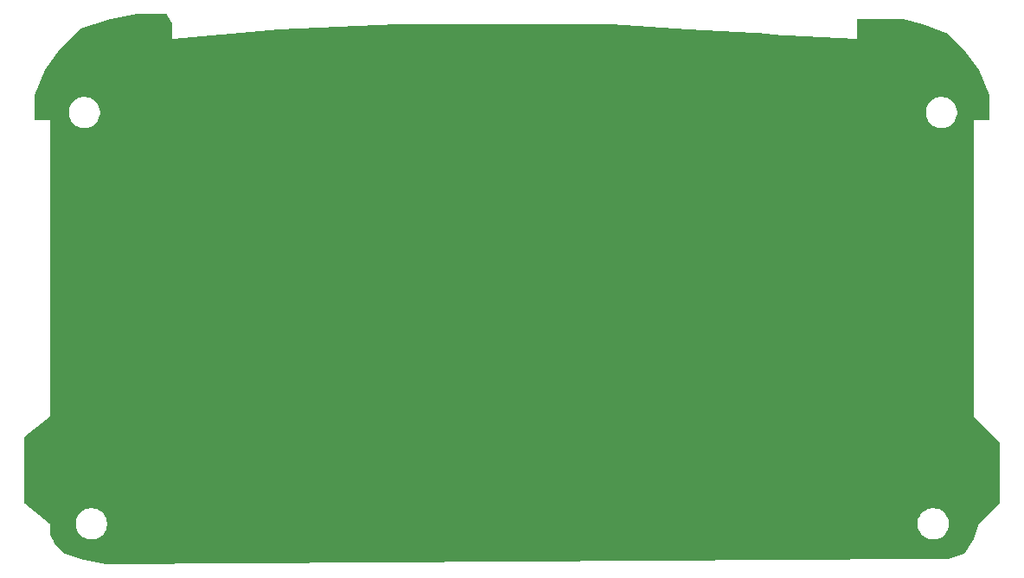
<source format=gbl>
%TF.GenerationSoftware,KiCad,Pcbnew,9.0.6*%
%TF.CreationDate,2025-12-09T13:48:27+01:00*%
%TF.ProjectId,back,6261636b-2e6b-4696-9361-645f70636258,rev?*%
%TF.SameCoordinates,Original*%
%TF.FileFunction,Copper,L4,Bot*%
%TF.FilePolarity,Positive*%
%FSLAX46Y46*%
G04 Gerber Fmt 4.6, Leading zero omitted, Abs format (unit mm)*
G04 Created by KiCad (PCBNEW 9.0.6) date 2025-12-09 13:48:27*
%MOMM*%
%LPD*%
G01*
G04 APERTURE LIST*
G04 APERTURE END LIST*
%TA.AperFunction,NonConductor*%
G36*
X177874643Y-53045185D02*
G01*
X177918513Y-53094046D01*
X178361409Y-53979838D01*
X178374500Y-54035292D01*
X178374500Y-55490829D01*
X178373613Y-55491903D01*
X178374500Y-55501215D01*
X178374500Y-55510829D01*
X178375615Y-55512931D01*
X178378289Y-55515140D01*
X178386996Y-55523058D01*
X178389438Y-55525500D01*
X178389441Y-55525500D01*
X178391640Y-55526411D01*
X178391901Y-55526386D01*
X178391903Y-55526387D01*
X178395348Y-55526058D01*
X178407105Y-55525500D01*
X178420148Y-55525500D01*
X178431883Y-55522579D01*
X188898600Y-54525748D01*
X188904916Y-54525309D01*
X200397859Y-54025617D01*
X200403245Y-54025500D01*
X208889438Y-54025500D01*
X214889438Y-54025500D01*
X221395027Y-54025500D01*
X221403275Y-54025775D01*
X228881001Y-54524289D01*
X228887826Y-54524744D01*
X228887868Y-54524792D01*
X228898459Y-54525453D01*
X228898515Y-54525456D01*
X228908842Y-54526146D01*
X228908842Y-54526145D01*
X228932853Y-54527748D01*
X228933584Y-54527648D01*
X236887922Y-55024794D01*
X236887959Y-55024836D01*
X236898566Y-55025459D01*
X236908951Y-55026109D01*
X236908951Y-55026108D01*
X236933094Y-55027620D01*
X236933745Y-55027529D01*
X245386567Y-55524753D01*
X245388824Y-55524886D01*
X245389438Y-55525500D01*
X245399254Y-55525500D01*
X245409046Y-55526076D01*
X245409046Y-55526075D01*
X245409153Y-55526082D01*
X245410556Y-55525500D01*
X245410562Y-55525500D01*
X245414935Y-55521125D01*
X245420220Y-55516143D01*
X245424836Y-55512041D01*
X245424836Y-55512036D01*
X245425500Y-55510668D01*
X245425500Y-55504389D01*
X245425714Y-55497107D01*
X245426909Y-55476786D01*
X245425500Y-55468415D01*
X245425500Y-53649500D01*
X245445185Y-53582461D01*
X245497989Y-53536706D01*
X245549500Y-53525500D01*
X249881595Y-53525500D01*
X249911669Y-53529202D01*
X251883975Y-54022278D01*
X251899941Y-54027441D01*
X254362037Y-55012279D01*
X254403666Y-55039729D01*
X255874454Y-56510517D01*
X255885973Y-56523798D01*
X257367736Y-58499482D01*
X257383667Y-58527830D01*
X258365631Y-60982738D01*
X258374500Y-61028790D01*
X258374500Y-63350500D01*
X258354815Y-63417539D01*
X258302011Y-63463294D01*
X258250500Y-63474500D01*
X256889437Y-63474500D01*
X256874500Y-63489437D01*
X256874500Y-92510563D01*
X259338181Y-94974244D01*
X259371666Y-95035567D01*
X259374500Y-95061925D01*
X259374500Y-100938074D01*
X259354815Y-101005113D01*
X259338181Y-101025755D01*
X257399116Y-102964819D01*
X257384890Y-102979044D01*
X257379149Y-102981916D01*
X257377714Y-102986221D01*
X257374500Y-102989435D01*
X257370845Y-102998258D01*
X257368137Y-103014951D01*
X256882139Y-104472942D01*
X256867676Y-104502513D01*
X255907234Y-105943175D01*
X255853669Y-105988036D01*
X255843272Y-105992029D01*
X254414952Y-106468137D01*
X254375740Y-106474500D01*
X251410468Y-106474500D01*
X251410401Y-106474434D01*
X251399907Y-106474500D01*
X251366346Y-106474500D01*
X251365259Y-106474717D01*
X171915112Y-106974404D01*
X171890014Y-106971998D01*
X169414128Y-106476820D01*
X169399234Y-106472865D01*
X167941543Y-105986968D01*
X167893074Y-105957012D01*
X166935185Y-104999122D01*
X166911957Y-104966895D01*
X166691260Y-104525500D01*
X166664981Y-104472942D01*
X166635378Y-104413736D01*
X166635377Y-104413734D01*
X166609640Y-104362260D01*
X166557119Y-104257218D01*
X166438591Y-104020163D01*
X166425500Y-103964709D01*
X166425500Y-103008944D01*
X166426510Y-103007682D01*
X166425500Y-102998592D01*
X166425500Y-102989438D01*
X166425500Y-102989088D01*
X166424178Y-102986686D01*
X166422391Y-102985257D01*
X166412172Y-102976110D01*
X166408692Y-102972630D01*
X166404953Y-102970281D01*
X166402402Y-102967397D01*
X166393465Y-102962116D01*
X166290746Y-102879941D01*
X168974500Y-102879941D01*
X168974500Y-103120058D01*
X169012063Y-103357222D01*
X169086265Y-103585593D01*
X169195276Y-103799536D01*
X169336414Y-103993796D01*
X169506204Y-104163586D01*
X169700464Y-104304724D01*
X169801543Y-104356226D01*
X169914406Y-104413734D01*
X169914408Y-104413734D01*
X169914411Y-104413736D01*
X170142778Y-104487937D01*
X170379941Y-104525500D01*
X170379942Y-104525500D01*
X170620058Y-104525500D01*
X170620059Y-104525500D01*
X170857222Y-104487937D01*
X171085589Y-104413736D01*
X171299536Y-104304724D01*
X171493796Y-104163586D01*
X171663586Y-103993796D01*
X171804724Y-103799536D01*
X171913736Y-103585589D01*
X171987937Y-103357222D01*
X172025500Y-103120059D01*
X172025500Y-102879941D01*
X251374500Y-102879941D01*
X251374500Y-103120058D01*
X251412063Y-103357222D01*
X251486265Y-103585593D01*
X251595276Y-103799536D01*
X251736414Y-103993796D01*
X251906204Y-104163586D01*
X252100464Y-104304724D01*
X252201543Y-104356226D01*
X252314406Y-104413734D01*
X252314408Y-104413734D01*
X252314411Y-104413736D01*
X252542778Y-104487937D01*
X252779941Y-104525500D01*
X252779942Y-104525500D01*
X253020058Y-104525500D01*
X253020059Y-104525500D01*
X253257222Y-104487937D01*
X253485589Y-104413736D01*
X253699536Y-104304724D01*
X253893796Y-104163586D01*
X254063586Y-103993796D01*
X254204724Y-103799536D01*
X254313736Y-103585589D01*
X254387937Y-103357222D01*
X254425500Y-103120059D01*
X254425500Y-102879941D01*
X254387937Y-102642778D01*
X254313736Y-102414411D01*
X254313734Y-102414408D01*
X254313734Y-102414406D01*
X254204723Y-102200463D01*
X254063586Y-102006204D01*
X253893796Y-101836414D01*
X253699536Y-101695276D01*
X253485593Y-101586265D01*
X253257222Y-101512063D01*
X253020059Y-101474500D01*
X252779941Y-101474500D01*
X252661359Y-101493281D01*
X252542777Y-101512063D01*
X252314406Y-101586265D01*
X252100463Y-101695276D01*
X251906201Y-101836416D01*
X251736416Y-102006201D01*
X251595276Y-102200463D01*
X251486265Y-102414406D01*
X251412063Y-102642777D01*
X251374500Y-102879941D01*
X172025500Y-102879941D01*
X171987937Y-102642778D01*
X171913736Y-102414411D01*
X171913734Y-102414408D01*
X171913734Y-102414406D01*
X171804723Y-102200463D01*
X171663586Y-102006204D01*
X171493796Y-101836414D01*
X171299536Y-101695276D01*
X171085593Y-101586265D01*
X170857222Y-101512063D01*
X170620059Y-101474500D01*
X170379941Y-101474500D01*
X170261359Y-101493281D01*
X170142777Y-101512063D01*
X169914406Y-101586265D01*
X169700463Y-101695276D01*
X169506201Y-101836416D01*
X169336416Y-102006201D01*
X169195276Y-102200463D01*
X169086265Y-102414406D01*
X169012063Y-102642777D01*
X168974500Y-102879941D01*
X166290746Y-102879941D01*
X164940608Y-101799830D01*
X163972038Y-101024974D01*
X163931986Y-100967723D01*
X163925500Y-100928146D01*
X163925500Y-94571852D01*
X163945185Y-94504813D01*
X163972036Y-94475026D01*
X166408944Y-92525500D01*
X166410562Y-92525500D01*
X166417032Y-92519030D01*
X166424177Y-92513314D01*
X166424177Y-92513311D01*
X166425008Y-92512647D01*
X166425500Y-92511625D01*
X166425500Y-92501407D01*
X166426510Y-92492318D01*
X166425500Y-92491055D01*
X166425500Y-65489438D01*
X166425500Y-63489438D01*
X166410562Y-63474500D01*
X165049500Y-63474500D01*
X164982461Y-63454815D01*
X164936706Y-63402011D01*
X164925500Y-63350500D01*
X164925500Y-62579941D01*
X168274500Y-62579941D01*
X168274500Y-62820058D01*
X168312063Y-63057222D01*
X168386265Y-63285593D01*
X168482519Y-63474500D01*
X168495276Y-63499536D01*
X168636414Y-63693796D01*
X168806204Y-63863586D01*
X169000464Y-64004724D01*
X169101543Y-64056226D01*
X169214406Y-64113734D01*
X169214408Y-64113734D01*
X169214411Y-64113736D01*
X169442778Y-64187937D01*
X169679941Y-64225500D01*
X169679942Y-64225500D01*
X169920058Y-64225500D01*
X169920059Y-64225500D01*
X170157222Y-64187937D01*
X170385589Y-64113736D01*
X170599536Y-64004724D01*
X170793796Y-63863586D01*
X170963586Y-63693796D01*
X171104724Y-63499536D01*
X171213736Y-63285589D01*
X171287937Y-63057222D01*
X171325500Y-62820059D01*
X171325500Y-62579941D01*
X252174500Y-62579941D01*
X252174500Y-62820058D01*
X252212063Y-63057222D01*
X252286265Y-63285593D01*
X252382519Y-63474500D01*
X252395276Y-63499536D01*
X252536414Y-63693796D01*
X252706204Y-63863586D01*
X252900464Y-64004724D01*
X253001543Y-64056226D01*
X253114406Y-64113734D01*
X253114408Y-64113734D01*
X253114411Y-64113736D01*
X253342778Y-64187937D01*
X253579941Y-64225500D01*
X253579942Y-64225500D01*
X253820058Y-64225500D01*
X253820059Y-64225500D01*
X254057222Y-64187937D01*
X254285589Y-64113736D01*
X254499536Y-64004724D01*
X254693796Y-63863586D01*
X254863586Y-63693796D01*
X255004724Y-63499536D01*
X255113736Y-63285589D01*
X255187937Y-63057222D01*
X255225500Y-62820059D01*
X255225500Y-62579941D01*
X255187937Y-62342778D01*
X255113736Y-62114411D01*
X255113734Y-62114408D01*
X255113734Y-62114406D01*
X255004723Y-61900463D01*
X254863586Y-61706204D01*
X254693796Y-61536414D01*
X254499536Y-61395276D01*
X254285593Y-61286265D01*
X254057222Y-61212063D01*
X253820059Y-61174500D01*
X253579941Y-61174500D01*
X253461359Y-61193281D01*
X253342777Y-61212063D01*
X253114406Y-61286265D01*
X252900463Y-61395276D01*
X252706201Y-61536416D01*
X252536416Y-61706201D01*
X252395276Y-61900463D01*
X252286265Y-62114406D01*
X252212063Y-62342777D01*
X252174500Y-62579941D01*
X171325500Y-62579941D01*
X171287937Y-62342778D01*
X171213736Y-62114411D01*
X171213734Y-62114408D01*
X171213734Y-62114406D01*
X171104723Y-61900463D01*
X170963586Y-61706204D01*
X170793796Y-61536414D01*
X170599536Y-61395276D01*
X170385593Y-61286265D01*
X170157222Y-61212063D01*
X169920059Y-61174500D01*
X169679941Y-61174500D01*
X169561359Y-61193281D01*
X169442777Y-61212063D01*
X169214406Y-61286265D01*
X169000463Y-61395276D01*
X168806201Y-61536416D01*
X168636416Y-61706201D01*
X168495276Y-61900463D01*
X168386265Y-62114406D01*
X168312063Y-62342777D01*
X168274500Y-62579941D01*
X164925500Y-62579941D01*
X164925500Y-61028790D01*
X164934369Y-60982738D01*
X165916333Y-58527825D01*
X165932259Y-58499487D01*
X167414023Y-56523800D01*
X167425542Y-56510520D01*
X168414930Y-55521132D01*
X169393078Y-54542984D01*
X169441542Y-54513031D01*
X172399243Y-53527130D01*
X172414118Y-53523180D01*
X174890483Y-53027908D01*
X174914801Y-53025500D01*
X177807604Y-53025500D01*
X177874643Y-53045185D01*
G37*
%TD.AperFunction*%
M02*

</source>
